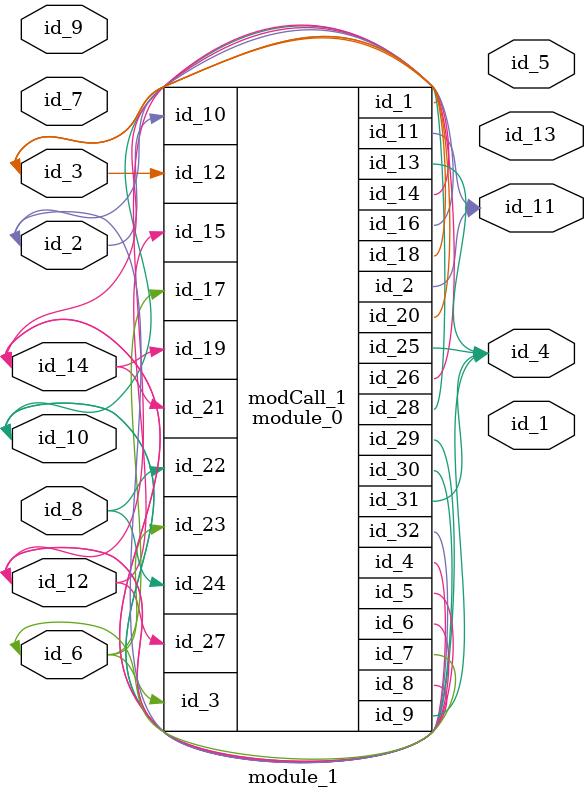
<source format=v>
module module_0 (
    id_1,
    id_2,
    id_3,
    id_4,
    id_5,
    id_6,
    id_7,
    id_8,
    id_9,
    id_10,
    id_11,
    id_12,
    id_13,
    id_14,
    id_15,
    id_16,
    id_17,
    id_18,
    id_19,
    id_20,
    id_21,
    id_22,
    id_23,
    id_24,
    id_25,
    id_26,
    id_27,
    id_28,
    id_29,
    id_30,
    id_31,
    id_32
);
  inout wire id_32;
  output wire id_31;
  inout wire id_30;
  output wire id_29;
  output wire id_28;
  input wire id_27;
  output wire id_26;
  output wire id_25;
  input wire id_24;
  input wire id_23;
  input wire id_22;
  input wire id_21;
  inout wire id_20;
  input wire id_19;
  inout wire id_18;
  input wire id_17;
  inout wire id_16;
  input wire id_15;
  output wire id_14;
  output wire id_13;
  input wire id_12;
  output wire id_11;
  input wire id_10;
  output wire id_9;
  output wire id_8;
  inout wire id_7;
  output wire id_6;
  inout wire id_5;
  inout wire id_4;
  input wire id_3;
  output wire id_2;
  output wire id_1;
  wire id_33;
  ;
endmodule
module module_1 (
    id_1,
    id_2,
    id_3,
    id_4,
    id_5,
    id_6,
    id_7,
    id_8,
    id_9,
    id_10,
    id_11,
    id_12,
    id_13,
    id_14
);
  inout wire id_14;
  output wire id_13;
  inout wire id_12;
  output wire id_11;
  inout wire id_10;
  input wire id_9;
  input wire id_8;
  input wire id_7;
  inout wire id_6;
  output wire id_5;
  output wire id_4;
  inout wire id_3;
  inout wire id_2;
  output wire id_1;
  module_0 modCall_1 (
      id_3,
      id_11,
      id_6,
      id_12,
      id_14,
      id_12,
      id_6,
      id_14,
      id_4,
      id_2,
      id_11,
      id_3,
      id_4,
      id_14,
      id_12,
      id_2,
      id_6,
      id_3,
      id_14,
      id_3,
      id_14,
      id_8,
      id_6,
      id_8,
      id_4,
      id_12,
      id_12,
      id_10,
      id_10,
      id_10,
      id_4,
      id_2
  );
endmodule

</source>
